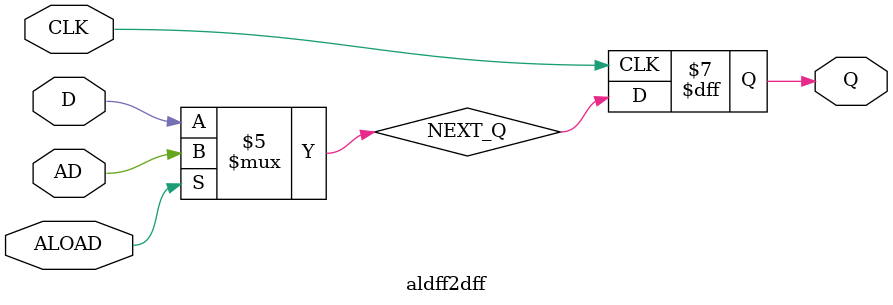
<source format=v>
(* techmap_celltype = "$aldff" *)
module aldff2dff (CLK, ALOAD, AD, D, Q);
	parameter WIDTH = 1;
	parameter CLK_POLARITY = 1;
	parameter ALOAD_POLARITY = 1;

	input CLK, ALOAD;
    (* force_downto *)
	input [WIDTH-1:0] AD;
	(* force_downto *)
	input [WIDTH-1:0] D;
	(* force_downto *)
	output reg [WIDTH-1:0] Q;
	(* force_downto *)
	reg [WIDTH-1:0] NEXT_Q;

	wire [1023:0] _TECHMAP_DO_ = "proc;;";

	always @*
		if (ALOAD == ALOAD_POLARITY)
			NEXT_Q <= AD;
		else
			NEXT_Q <= D;

	if (CLK_POLARITY)
		always @(posedge CLK)
			Q <= NEXT_Q;
	else
		always @(negedge CLK)
			Q <= NEXT_Q;
endmodule

</source>
